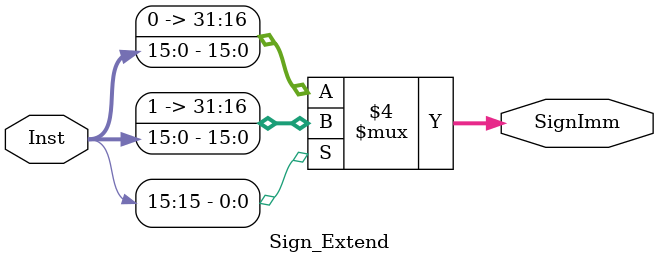
<source format=v>
module Sign_Extend(

input [15:0] Inst,
output reg [31:0] SignImm
    
);

always @(Inst) begin

    if(Inst[15]==1)
         SignImm<= {16'hFFFF,Inst};
    else
         SignImm<= {16'h0000,Inst};
    
end

endmodule
</source>
